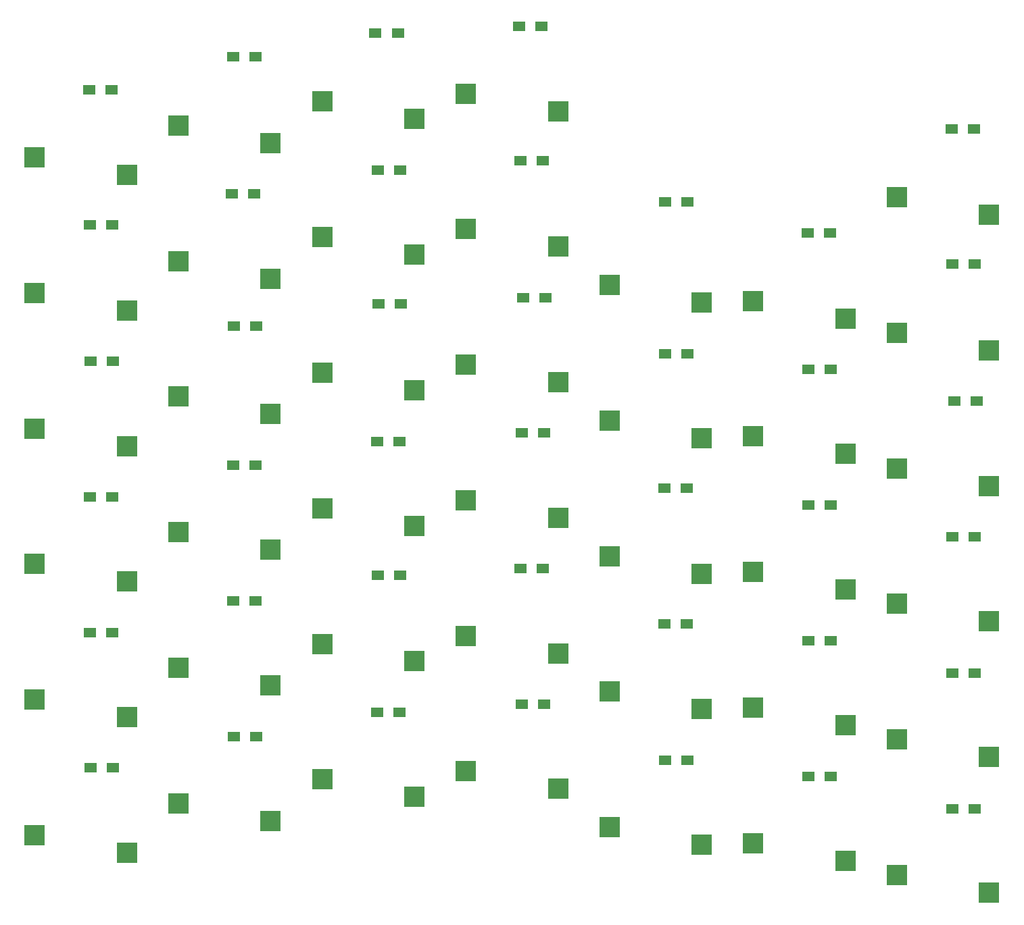
<source format=gbp>
G04 #@! TF.GenerationSoftware,KiCad,Pcbnew,8.0.6*
G04 #@! TF.CreationDate,2024-11-06T21:34:11+01:00*
G04 #@! TF.ProjectId,vitter-kb,76697474-6572-42d6-9b62-2e6b69636164,rev?*
G04 #@! TF.SameCoordinates,Original*
G04 #@! TF.FileFunction,Paste,Bot*
G04 #@! TF.FilePolarity,Positive*
%FSLAX46Y46*%
G04 Gerber Fmt 4.6, Leading zero omitted, Abs format (unit mm)*
G04 Created by KiCad (PCBNEW 8.0.6) date 2024-11-06 21:34:11*
%MOMM*%
%LPD*%
G01*
G04 APERTURE LIST*
%ADD10R,2.600000X2.600000*%
%ADD11R,1.600000X1.200000*%
G04 APERTURE END LIST*
D10*
X129875000Y-107600000D03*
X118325000Y-105400000D03*
X57875000Y-68600000D03*
X46325000Y-66400000D03*
X93875000Y-132600000D03*
X82325000Y-130400000D03*
X129875000Y-124600000D03*
X118325000Y-122400000D03*
X111875000Y-122600000D03*
X100325000Y-120400000D03*
X111875000Y-139600000D03*
X100325000Y-137400000D03*
X57875000Y-51600000D03*
X46325000Y-49400000D03*
D11*
X92000000Y-105000000D03*
X89200000Y-105000000D03*
D10*
X75875000Y-99600000D03*
X64325000Y-97400000D03*
D11*
X55840000Y-57950000D03*
X53040000Y-57950000D03*
D10*
X147875000Y-94600000D03*
X136325000Y-92400000D03*
D11*
X127970000Y-62840000D03*
X125170000Y-62840000D03*
D10*
X93875000Y-47600000D03*
X82325000Y-45400000D03*
X75875000Y-65600000D03*
X64325000Y-63400000D03*
X57875000Y-136600000D03*
X46325000Y-134400000D03*
D11*
X92100000Y-122000000D03*
X89300000Y-122000000D03*
X92300000Y-71000000D03*
X89500000Y-71000000D03*
X74000000Y-89000000D03*
X71200000Y-89000000D03*
X38000000Y-96000000D03*
X35200000Y-96000000D03*
X91800000Y-37000000D03*
X89000000Y-37000000D03*
X146100000Y-66800000D03*
X143300000Y-66800000D03*
X74100000Y-55000000D03*
X71300000Y-55000000D03*
X56000000Y-92000000D03*
X53200000Y-92000000D03*
D10*
X39875000Y-106600000D03*
X28325000Y-104400000D03*
D11*
X110000000Y-111900000D03*
X107200000Y-111900000D03*
D10*
X57875000Y-119600000D03*
X46325000Y-117400000D03*
D11*
X56000000Y-40800000D03*
X53200000Y-40800000D03*
X110100000Y-78000000D03*
X107300000Y-78000000D03*
X146100000Y-118100000D03*
X143300000Y-118100000D03*
D10*
X129875000Y-90600000D03*
X118325000Y-88400000D03*
X93875000Y-98600000D03*
X82325000Y-96400000D03*
D11*
X146100000Y-135100000D03*
X143300000Y-135100000D03*
X128000000Y-97000000D03*
X125200000Y-97000000D03*
X74100000Y-105800000D03*
X71300000Y-105800000D03*
X38000000Y-113000000D03*
X35200000Y-113000000D03*
X56000000Y-109000000D03*
X53200000Y-109000000D03*
X92100000Y-87900000D03*
X89300000Y-87900000D03*
X146300000Y-84000000D03*
X143500000Y-84000000D03*
X37930000Y-44910000D03*
X35130000Y-44910000D03*
D10*
X39875000Y-140600000D03*
X28325000Y-138400000D03*
D11*
X74000000Y-123000000D03*
X71200000Y-123000000D03*
D10*
X75875000Y-116600000D03*
X64325000Y-114400000D03*
X147875000Y-77600000D03*
X136325000Y-75400000D03*
X93875000Y-115600000D03*
X82325000Y-113400000D03*
X111875000Y-88600000D03*
X100325000Y-86400000D03*
X93875000Y-64600000D03*
X82325000Y-62400000D03*
X57875000Y-85600000D03*
X46325000Y-83400000D03*
X147875000Y-60600000D03*
X136325000Y-58400000D03*
D11*
X128000000Y-131000000D03*
X125200000Y-131000000D03*
D10*
X39875000Y-89600000D03*
X28325000Y-87400000D03*
X75875000Y-48600000D03*
X64325000Y-46400000D03*
X147875000Y-128600000D03*
X136325000Y-126400000D03*
D11*
X146000000Y-49800000D03*
X143200000Y-49800000D03*
X110100000Y-59000000D03*
X107300000Y-59000000D03*
D10*
X39875000Y-123600000D03*
X28325000Y-121400000D03*
D11*
X128000000Y-80000000D03*
X125200000Y-80000000D03*
X146100000Y-101000000D03*
X143300000Y-101000000D03*
X38100000Y-129900000D03*
X35300000Y-129900000D03*
D10*
X39875000Y-72600000D03*
X28325000Y-70400000D03*
D11*
X110000000Y-94900000D03*
X107200000Y-94900000D03*
D10*
X75875000Y-82600000D03*
X64325000Y-80400000D03*
X39875000Y-55600000D03*
X28325000Y-53400000D03*
D11*
X73800000Y-37800000D03*
X71000000Y-37800000D03*
D10*
X111875000Y-71600000D03*
X100325000Y-69400000D03*
X75875000Y-133600000D03*
X64325000Y-131400000D03*
X129875000Y-141600000D03*
X118325000Y-139400000D03*
D11*
X74200000Y-71800000D03*
X71400000Y-71800000D03*
D10*
X129875000Y-73600000D03*
X118325000Y-71400000D03*
D11*
X56100000Y-126000000D03*
X53300000Y-126000000D03*
D10*
X93875000Y-81600000D03*
X82325000Y-79400000D03*
D11*
X110100000Y-129000000D03*
X107300000Y-129000000D03*
D10*
X111875000Y-105600000D03*
X100325000Y-103400000D03*
D11*
X92000000Y-53800000D03*
X89200000Y-53800000D03*
X38000000Y-61900000D03*
X35200000Y-61900000D03*
D10*
X147875000Y-145600000D03*
X136325000Y-143400000D03*
X57875000Y-102600000D03*
X46325000Y-100400000D03*
D11*
X128000000Y-114000000D03*
X125200000Y-114000000D03*
D10*
X147875000Y-111600000D03*
X136325000Y-109400000D03*
D11*
X38100000Y-79000000D03*
X35300000Y-79000000D03*
X56100000Y-74600000D03*
X53300000Y-74600000D03*
M02*

</source>
